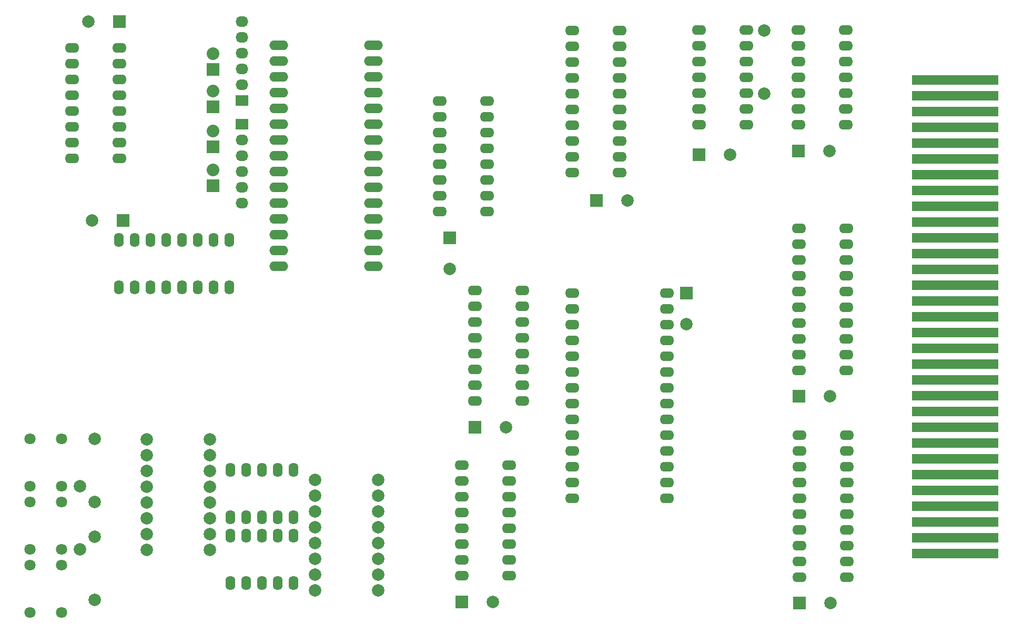
<source format=gbr>
G04 #@! TF.FileFunction,Soldermask,Bot*
%FSLAX46Y46*%
G04 Gerber Fmt 4.6, Leading zero omitted, Abs format (unit mm)*
G04 Created by KiCad (PCBNEW 4.0.1-stable) date Dienstag, 26. April 2016 14:06:35*
%MOMM*%
G01*
G04 APERTURE LIST*
%ADD10C,0.100000*%
%ADD11C,1.998980*%
%ADD12O,2.300000X1.600000*%
%ADD13O,1.600000X2.300000*%
%ADD14R,2.032000X2.032000*%
%ADD15O,2.032000X2.032000*%
%ADD16R,2.032000X1.727200*%
%ADD17O,2.032000X1.727200*%
%ADD18O,3.048000X1.524000*%
%ADD19R,14.000000X1.524000*%
%ADD20C,1.800000*%
%ADD21R,2.000000X2.000000*%
%ADD22C,2.000000*%
G04 APERTURE END LIST*
D10*
D11*
X103070660Y-118264940D03*
X92910660Y-118264940D03*
X103070660Y-123344940D03*
X92910660Y-123344940D03*
X103070660Y-120804940D03*
X92910660Y-120804940D03*
D12*
X147660400Y-81610200D03*
X147660400Y-79070200D03*
X147660400Y-76530200D03*
X147660400Y-73990200D03*
X147660400Y-71450200D03*
X147660400Y-68910200D03*
X147660400Y-66370200D03*
X147660400Y-63830200D03*
X140040400Y-63830200D03*
X140040400Y-66370200D03*
X140040400Y-68910200D03*
X140040400Y-71450200D03*
X140040400Y-73990200D03*
X140040400Y-76530200D03*
X140040400Y-79070200D03*
X140040400Y-81610200D03*
X153365200Y-112107980D03*
X153365200Y-109567980D03*
X153365200Y-107027980D03*
X153365200Y-104487980D03*
X153365200Y-101947980D03*
X153365200Y-99407980D03*
X153365200Y-96867980D03*
X153365200Y-94327980D03*
X145745200Y-94327980D03*
X145745200Y-96867980D03*
X145745200Y-99407980D03*
X145745200Y-101947980D03*
X145745200Y-104487980D03*
X145745200Y-107027980D03*
X145745200Y-109567980D03*
X145745200Y-112107980D03*
X151223980Y-140202920D03*
X151223980Y-137662920D03*
X151223980Y-135122920D03*
X151223980Y-132582920D03*
X151223980Y-130042920D03*
X151223980Y-127502920D03*
X151223980Y-124962920D03*
X151223980Y-122422920D03*
X143603980Y-122422920D03*
X143603980Y-124962920D03*
X143603980Y-127502920D03*
X143603980Y-130042920D03*
X143603980Y-132582920D03*
X143603980Y-135122920D03*
X143603980Y-137662920D03*
X143603980Y-140202920D03*
D13*
X106342180Y-130754120D03*
X108882180Y-130754120D03*
X111422180Y-130754120D03*
X113962180Y-130754120D03*
X116502180Y-130754120D03*
X116502180Y-123134120D03*
X113962180Y-123134120D03*
X111422180Y-123134120D03*
X108882180Y-123134120D03*
X106342180Y-123134120D03*
X106349800Y-141396720D03*
X108889800Y-141396720D03*
X111429800Y-141396720D03*
X113969800Y-141396720D03*
X116509800Y-141396720D03*
X116509800Y-133776720D03*
X113969800Y-133776720D03*
X111429800Y-133776720D03*
X108889800Y-133776720D03*
X106349800Y-133776720D03*
D12*
X80865478Y-55292524D03*
X80865478Y-57832524D03*
X80865478Y-60372524D03*
X80865478Y-62912524D03*
X80865478Y-65452524D03*
X80865478Y-67992524D03*
X80865478Y-70532524D03*
X80865478Y-73072524D03*
X88485478Y-73072524D03*
X88485478Y-70532524D03*
X88485478Y-67992524D03*
X88485478Y-65452524D03*
X88485478Y-62912524D03*
X88485478Y-60372524D03*
X88485478Y-57832524D03*
X88485478Y-55292524D03*
D13*
X88397080Y-93779340D03*
X90937080Y-93779340D03*
X93477080Y-93779340D03*
X96017080Y-93779340D03*
X98557080Y-93779340D03*
X101097080Y-93779340D03*
X103637080Y-93779340D03*
X106177080Y-93779340D03*
X106177080Y-86159340D03*
X103637080Y-86159340D03*
X101097080Y-86159340D03*
X98557080Y-86159340D03*
X96017080Y-86159340D03*
X93477080Y-86159340D03*
X90937080Y-86159340D03*
X88397080Y-86159340D03*
D14*
X103567840Y-77431900D03*
D15*
X103567840Y-74891900D03*
D16*
X108186220Y-63726060D03*
D17*
X108186220Y-61186060D03*
X108186220Y-58646060D03*
X108186220Y-56106060D03*
X108186220Y-53566060D03*
X108186220Y-51026060D03*
D18*
X129402840Y-90429080D03*
X129402840Y-87889080D03*
X129402840Y-85349080D03*
X129402840Y-82809080D03*
X129402840Y-80269080D03*
X129402840Y-77729080D03*
X129402840Y-75189080D03*
X129402840Y-72649080D03*
X129402840Y-70109080D03*
X129402840Y-67569080D03*
X129402840Y-65029080D03*
X129402840Y-62489080D03*
X129402840Y-59949080D03*
X129402840Y-57409080D03*
X129402840Y-54869080D03*
X114162840Y-54869080D03*
X114162840Y-57409080D03*
X114162840Y-59949080D03*
X114162840Y-62489080D03*
X114162840Y-65029080D03*
X114162840Y-67569080D03*
X114162840Y-70109080D03*
X114162840Y-72649080D03*
X114162840Y-75189080D03*
X114162840Y-77729080D03*
X114162840Y-80269080D03*
X114162840Y-82809080D03*
X114162840Y-85349080D03*
X114162840Y-87889080D03*
X114162840Y-90429080D03*
D11*
X84513420Y-133906260D03*
X84513420Y-144066260D03*
D12*
X168971000Y-75285600D03*
X168971000Y-72745600D03*
X168971000Y-70205600D03*
X168971000Y-67665600D03*
X168971000Y-65125600D03*
X168971000Y-62585600D03*
X168971000Y-60045600D03*
X168971000Y-57505600D03*
X168971000Y-54965600D03*
X168971000Y-52425600D03*
X161351000Y-52425600D03*
X161351000Y-54965600D03*
X161351000Y-57505600D03*
X161351000Y-60045600D03*
X161351000Y-62585600D03*
X161351000Y-65125600D03*
X161351000Y-67665600D03*
X161351000Y-70205600D03*
X161351000Y-72745600D03*
X161351000Y-75285600D03*
D19*
X223000000Y-60400000D03*
X223000000Y-62940000D03*
X223000000Y-65480000D03*
X223000000Y-68020000D03*
X223000000Y-70560000D03*
X223000000Y-73100000D03*
X223000000Y-75640000D03*
X223000000Y-78180000D03*
X223000000Y-80720000D03*
X223000000Y-83260000D03*
X223000000Y-85800000D03*
X223000000Y-88340000D03*
X223000000Y-90880000D03*
X223000000Y-93420000D03*
X223000000Y-95960000D03*
X223000000Y-98500000D03*
X223000000Y-101040000D03*
X223000000Y-103580000D03*
X223000000Y-106120000D03*
X223000000Y-108660000D03*
X223000000Y-111200000D03*
X223000000Y-113740000D03*
X223000000Y-116280000D03*
X223000000Y-118820000D03*
X223000000Y-121360000D03*
X223000000Y-123900000D03*
X223000000Y-126440000D03*
X223000000Y-128980000D03*
X223000000Y-131520000D03*
X223000000Y-134060000D03*
X223000000Y-136600000D03*
D11*
X192262800Y-62611000D03*
X192262800Y-52451000D03*
D12*
X205369200Y-67614800D03*
X205369200Y-65074800D03*
X205369200Y-62534800D03*
X205369200Y-59994800D03*
X205369200Y-57454800D03*
X205369200Y-54914800D03*
X205369200Y-52374800D03*
X197749200Y-52374800D03*
X197749200Y-54914800D03*
X197749200Y-57454800D03*
X197749200Y-59994800D03*
X197749200Y-62534800D03*
X197749200Y-65074800D03*
X197749200Y-67614800D03*
X189367200Y-67614800D03*
X189367200Y-65074800D03*
X189367200Y-62534800D03*
X189367200Y-59994800D03*
X189367200Y-57454800D03*
X189367200Y-54914800D03*
X189367200Y-52374800D03*
X181747200Y-52374800D03*
X181747200Y-54914800D03*
X181747200Y-57454800D03*
X181747200Y-59994800D03*
X181747200Y-62534800D03*
X181747200Y-65074800D03*
X181747200Y-67614800D03*
X161351000Y-94742000D03*
X161351000Y-97282000D03*
X161351000Y-99822000D03*
X161351000Y-102362000D03*
X161351000Y-104902000D03*
X161351000Y-107442000D03*
X161351000Y-109982000D03*
X161351000Y-112522000D03*
X161351000Y-115062000D03*
X161351000Y-117602000D03*
X161351000Y-120142000D03*
X161351000Y-122682000D03*
X161351000Y-125222000D03*
X161351000Y-127762000D03*
X176591000Y-127762000D03*
X176591000Y-125222000D03*
X176591000Y-122682000D03*
X176591000Y-120142000D03*
X176591000Y-117602000D03*
X176591000Y-115062000D03*
X176591000Y-112522000D03*
X176591000Y-109982000D03*
X176591000Y-107442000D03*
X176591000Y-104902000D03*
X176591000Y-102362000D03*
X176591000Y-99822000D03*
X176591000Y-97282000D03*
X176591000Y-94742000D03*
X205445400Y-107188000D03*
X205445400Y-104648000D03*
X205445400Y-102108000D03*
X205445400Y-99568000D03*
X205445400Y-97028000D03*
X205445400Y-94488000D03*
X205445400Y-91948000D03*
X205445400Y-89408000D03*
X205445400Y-86868000D03*
X205445400Y-84328000D03*
X197825400Y-84328000D03*
X197825400Y-86868000D03*
X197825400Y-89408000D03*
X197825400Y-91948000D03*
X197825400Y-94488000D03*
X197825400Y-97028000D03*
X197825400Y-99568000D03*
X197825400Y-102108000D03*
X197825400Y-104648000D03*
X197825400Y-107188000D03*
X205597800Y-140411200D03*
X205597800Y-137871200D03*
X205597800Y-135331200D03*
X205597800Y-132791200D03*
X205597800Y-130251200D03*
X205597800Y-127711200D03*
X205597800Y-125171200D03*
X205597800Y-122631200D03*
X205597800Y-120091200D03*
X205597800Y-117551200D03*
X197977800Y-117551200D03*
X197977800Y-120091200D03*
X197977800Y-122631200D03*
X197977800Y-125171200D03*
X197977800Y-127711200D03*
X197977800Y-130251200D03*
X197977800Y-132791200D03*
X197977800Y-135331200D03*
X197977800Y-137871200D03*
X197977800Y-140411200D03*
D16*
X108214160Y-67551300D03*
D17*
X108214160Y-70091300D03*
X108214160Y-72631300D03*
X108214160Y-75171300D03*
X108214160Y-77711300D03*
X108214160Y-80251300D03*
D11*
X84513420Y-118142260D03*
X84513420Y-128302260D03*
X82100420Y-135947660D03*
X82100420Y-125787660D03*
D20*
X79154020Y-146082260D03*
X74074020Y-146082260D03*
X79154020Y-138462260D03*
X74074020Y-138462260D03*
X79154020Y-125762260D03*
X74074020Y-125762260D03*
X79154020Y-118142260D03*
X74074020Y-118142260D03*
X79154020Y-135922260D03*
X74074020Y-135922260D03*
X79154020Y-128302260D03*
X74074020Y-128302260D03*
D14*
X103567840Y-71183500D03*
D15*
X103567840Y-68643500D03*
D14*
X103565300Y-64770000D03*
D15*
X103565300Y-62230000D03*
D14*
X103565300Y-58737500D03*
D15*
X103565300Y-56197500D03*
D11*
X103070660Y-133504940D03*
X92910660Y-133504940D03*
X103070660Y-136044940D03*
X92910660Y-136044940D03*
X120004840Y-132359400D03*
X130164840Y-132359400D03*
X119984520Y-142523720D03*
X130144520Y-142523720D03*
X119984520Y-139983720D03*
X130144520Y-139983720D03*
X119984520Y-137443720D03*
X130144520Y-137443720D03*
X119984520Y-134903720D03*
X130144520Y-134903720D03*
X120004840Y-129834640D03*
X130164840Y-129834640D03*
X103070660Y-125884940D03*
X92910660Y-125884940D03*
X119984520Y-127283720D03*
X130144520Y-127283720D03*
X119984520Y-124743720D03*
X130144520Y-124743720D03*
X103070660Y-128424940D03*
X92910660Y-128424940D03*
X103070660Y-130964940D03*
X92910660Y-130964940D03*
D21*
X145743920Y-116263420D03*
D22*
X150743920Y-116263420D03*
D21*
X141678000Y-85810080D03*
D22*
X141678000Y-90810080D03*
D21*
X143612860Y-144399000D03*
D22*
X148612860Y-144399000D03*
D21*
X179735000Y-94742000D03*
D22*
X179735000Y-99742000D03*
D21*
X165288000Y-79781400D03*
D22*
X170288000Y-79781400D03*
D21*
X197876200Y-111348000D03*
D22*
X202876200Y-111348000D03*
D21*
X197930800Y-144596600D03*
D22*
X202930800Y-144596600D03*
D21*
X197749200Y-71851000D03*
D22*
X202749200Y-71851000D03*
D21*
X181747200Y-72446400D03*
D22*
X186747200Y-72446400D03*
D21*
X89062560Y-83050380D03*
D22*
X84062560Y-83050380D03*
D21*
X88452458Y-50984684D03*
D22*
X83452458Y-50984684D03*
M02*

</source>
